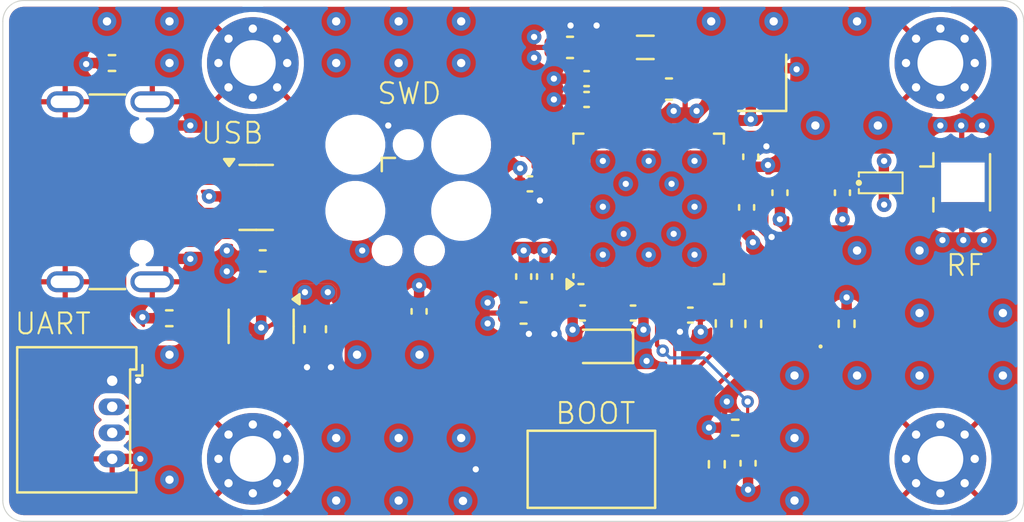
<source format=kicad_pcb>
(kicad_pcb (version 20241229) (generator "pcbnew") (generator_version "9.0")
  (layers (0 "F.Cu" signal) (4 "In1.Cu" signal) (6 "In2.Cu" signal) (2 "B.Cu" signal) (13 "F.Paste" user) (15 "B.Paste" user) (5 "F.SilkS" user "F.Silkscreen") (7 "B.SilkS" user "B.Silkscreen") (1 "F.Mask" user) (3 "B.Mask" user) (25 "Edge.Cuts" user))
  (net 0 "")
  (net 1 "+3.3V")
  (net 2 "GND")
  (net 3 "+5V")
  (net 4 "/LSE_OUT")
  (net 5 "/SWD_NRST")
  (net 6 "/LSE_IN")
  (net 7 "/SMPSFB")
  (net 8 "/RF_MATCH")
  (net 9 "/LED_K")
  (net 10 "/LED_A")
  (net 11 "/RF_ANT")
  (net 13 "/USB_CC1")
  (net 14 "/USB_CC2")
  (net 16 "/UART_TXC")
  (net 17 "/UART_RXC")
  (net 18 "/SWD_TRC")
  (net 19 "/SWD_DIO")
  (net 20 "/SWD_CLK")
  (net 21 "/SMPSLX")
  (net 22 "/SMPSLXL")
  (net 23 "/UART_TX")
  (net 24 "/UART_RX")
  (net 25 "Net-(R7-Pad2)")
  (net 27 "/USB_D-")
  (net 28 "/USB_D+")
  (net 47 "/HSE_IN")
  (net 50 "/HSE_OUT")
  (net 52 "/RF")
  (net 53 "/BOOT0")
  (footprint "Capacitor_SMD:C_0402_1005Metric" (layer "F.Cu") (at 72 75.1)
    (property "Reference" "C4" (hide yes))
    (property "Value" "100n" (hide yes))
  )
  (footprint "Fiducial:Fiducial_1mm_Mask2mm" (layer "F.Cu") (at 79.75 63.25)
    (property "Reference" "FM2" (hide yes))
    (property "Value" "Fiducial" (hide yes))
  )
  (footprint "Capacitor_SMD:C_0402_1005Metric" (layer "F.Cu") (at 65 73.25 90)
    (property "Reference" "C5" (hide yes))
    (property "Value" "100n" (hide yes))
  )
  (footprint "Resistor_SMD:R_0402_1005Metric" (layer "F.Cu") (at 44.24 63 180)
    (property "Reference" "R2" (hide yes))
    (property "Value" "5k1" (hide yes))
  )
  (footprint "Connector_Molex:Molex_PicoBlade_53048-0410_1x04_P1.25mm_Horizontal" (layer "F.Cu") (at 44.25 78.25 -90)
    (property "Reference" "J2" (hide yes))
    (property "Value" "Conn_01x04_Pin" (hide yes))
  )
  (footprint "Inductor_SMD:L_0402_1005Metric" (layer "F.Cu") (at 68.75 64.235 90)
    (property "Reference" "L1" (hide yes))
    (property "Value" "10n" (hide yes))
  )
  (footprint "Capacitor_SMD:C_0402_1005Metric" (layer "F.Cu") (at 76.3 69.225 -90)
    (property "Reference" "C17" (hide yes))
    (property "Value" "0p8" (hide yes))
  )
  (footprint "Capacitor_SMD:C_0402_1005Metric" (layer "F.Cu") (at 58.98 74.92 90)
    (property "Reference" "C14" (hide yes))
    (property "Value" "100n" (hide yes))
  )
  (footprint "MountingHole:MountingHole_2.2mm_M2_Pad_Via" (layer "F.Cu") (at 51 82)
    (property "Reference" "H2" (hide yes))
    (property "Value" "MountingHole_Pad" (hide yes))
  )
  (footprint "Resistor_SMD:R_0402_1005Metric" (layer "F.Cu") (at 79.5 75.515 -90)
    (property "Reference" "R3" (hide yes))
    (property "Value" "220R" (hide yes))
  )
  (footprint "Capacitor_SMD:C_0402_1005Metric" (layer "F.Cu") (at 64 73.25 90)
    (property "Reference" "C10" (hide yes))
    (property "Value" "100n" (hide yes))
  )
  (footprint "MountingHole:MountingHole_2.2mm_M2_Pad_Via" (layer "F.Cu") (at 84 63)
    (property "Reference" "H3" (hide yes))
    (property "Value" "MountingHole_Pad" (hide yes))
  )
  (footprint "STM32_BH_Footprints:DLF162500LT-5028A1" (layer "F.Cu") (at 81.2875 68.75)
    (property "Reference" "FLT1" (hide yes))
    (property "Value" "DLF162500LT-5028A1" (hide yes))
  )
  (footprint "Resistor_SMD:R_0402_1005Metric" (layer "F.Cu") (at 74.155 80.5 180)
    (property "Reference" "R6" (hide yes))
    (property "Value" "5k1" (hide yes))
  )
  (footprint "Capacitor_SMD:C_0603_1608Metric" (layer "F.Cu") (at 54 75.775 90)
    (property "Reference" "C6" (hide yes))
    (property "Value" "4u7" (hide yes))
  )
  (footprint "Fiducial:Fiducial_1mm_Mask2mm" (layer "F.Cu") (at 80 82)
    (property "Reference" "FM3" (hide yes))
    (property "Value" "Fiducial" (hide yes))
  )
  (footprint "Inductor_SMD:L_0402_1005Metric" (layer "F.Cu") (at 77.8 68.725)
    (property "Reference" "L3" (hide yes))
    (property "Value" "2n7" (hide yes))
  )
  (footprint "Capacitor_SMD:C_0402_1005Metric" (layer "F.Cu") (at 67.02 64.75 180)
    (property "Reference" "C11" (hide yes))
    (property "Value" "100n" (hide yes))
  )
  (footprint "Capacitor_SMD:C_0603_1608Metric" (layer "F.Cu") (at 51.475 72.5 180)
    (property "Reference" "C2" (hide yes))
    (property "Value" "4u7" (hide yes))
  )
  (footprint "Crystal:Crystal_SMD_2012-2Pin_2.0x1.2mm" (layer "F.Cu") (at 68.05 76.6 180)
    (property "Reference" "X1" (hide yes))
    (property "Value" "32kHz768" (hide yes))
  )
  (footprint "Connector_Coaxial:U.FL_Hirose_U.FL-R-SMT-1_Vertical" (layer "F.Cu") (at 84.55 68.725)
    (property "Reference" "J4" (hide yes))
    (property "Value" "Conn_Coaxial" (hide yes))
  )
  (footprint "Capacitor_SMD:C_0402_1005Metric" (layer "F.Cu") (at 69.25 75)
    (property "Reference" "C13" (hide yes))
    (property "Value" "10p" (hide yes))
  )
  (footprint "Capacitor_SMD:C_0402_1005Metric" (layer "F.Cu") (at 74.77 82.21 -90)
    (property "Reference" "C19" (hide yes))
    (property "Value" "100n" (hide yes))
  )
  (footprint "LED_SMD:LED_0402_1005Metric" (layer "F.Cu") (at 78.25 75.515 90)
    (property "Reference" "D1" (hide yes))
    (property "Value" "LED" (hide yes))
  )
  (footprint "Resistor_SMD:R_0402_1005Metric" (layer "F.Cu") (at 75.02 75.52 90)
    (property "Reference" "R5" (hide yes))
    (property "Value" "220R" (hide yes))
  )
  (footprint "Capacitor_SMD:C_0603_1608Metric" (layer "F.Cu") (at 63.995 75 180)
    (property "Reference" "C1" (hide yes))
    (property "Value" "4u7" (hide yes))
  )
  (footprint "Resistor_SMD:R_0402_1005Metric" (layer "F.Cu") (at 46.99 75.25 180)
    (property "Reference" "R1" (hide yes))
    (property "Value" "5k1" (hide yes))
  )
  (footprint "Package_DFN_QFN:QFN-48-1EP_7x7mm_P0.5mm_EP5.6x5.6mm" (layer "F.Cu") (at 70 70 90)
    (property "Reference" "U3" (hide yes))
    (property "Value" "STM32WB55CEU6" (hide yes))
  )
  (footprint "Crystal:Crystal_SMD_2016-4Pin_2.0x1.6mm" (layer "F.Cu") (at 75.45 63.95 90)
    (property "Reference" "X2" (hide yes))
    (property "Value" "32MHz" (hide yes))
  )
  (footprint "MountingHole:MountingHole_2.2mm_M2_Pad_Via" (layer "F.Cu") (at 84 82)
    (property "Reference" "H4" (hide yes))
    (property "Value" "MountingHole_Pad" (hide yes))
  )
  (footprint "Capacitor_SMD:C_0402_1005Metric" (layer "F.Cu") (at 74.7 69.93 -90)
    (property "Reference" "C8" (hide yes))
    (property "Value" "100n" (hide yes))
  )
  (footprint "Capacitor_SMD:C_0402_1005Metric" (layer "F.Cu") (at 64.3 68.8 180)
    (property "Reference" "C3" (hide yes))
    (property "Value" "100n" (hide yes))
  )
  (footprint "Package_TO_SOT_SMD:SOT-23-5" (layer "F.Cu") (at 51.4 75.6375 -90)
    (property "Reference" "U1" (hide yes))
    (property "Value" "MIC5365-3.3YD5" (hide yes))
  )
  (footprint "Package_TO_SOT_SMD:SOT-23-6" (layer "F.Cu") (at 51.1625 69.45)
    (property "Reference" "U2" (hide yes))
    (property "Value" "USBLC6-2SC6" (hide yes))
  )
  (footprint "MountingHole:MountingHole_2.2mm_M2_Pad_Via" (layer "F.Cu") (at 51 63)
    (property "Reference" "H1" (hide yes))
    (property "Value" "MountingHole_Pad" (hide yes))
  )
  (footprint "Button_Switch_SMD:SW_SPST_CK_RS282G05A3" (layer "F.Cu") (at 67.25 82.5 180)
    (property "Reference" "SW1" (hide yes))
    (property "Value" "SW1")
  )
  (footprint "Fiducial:Fiducial_1mm_Mask2mm" (layer "F.Cu") (at 40.5 61.5)
    (property "Reference" "FM1" (hide yes))
    (property "Value" "Fiducial" (hide yes))
  )
  (footprint "Connector:Tag-Connect_TC2030-IDC-FP_2x03_P1.27mm_Vertical" (layer "F.Cu") (at 58.46 69.46 -90)
    (property "Reference" "J3" (hide yes))
    (property "Value" "Conn_ARM_SWD_TagConnect_TC2030" (hide yes))
  )
  (footprint "Inductor_SMD:L_0805_2012Metric" (layer "F.Cu") (at 69.8375 62.25)
    (property "Reference" "L2" (hide yes))
    (property "Value" "10u" (hide yes))
  )
  (footprint "Capacitor_SMD:C_0402_1005Metric" (layer "F.Cu") (at 79.3 69.225 -90)
    (property "Reference" "C18" (hide yes))
    (property "Value" "0p3" (hide yes))
  )
  (footprint "Resistor_SMD:R_0402_1005Metric" (layer "F.Cu") (at 73.6 75.5 -90)
    (property "Reference" "R4" (hide yes))
    (property "Value" "220R" (hide yes))
  )
  (footprint "Capacitor_SMD:C_0402_1005Metric" (layer "F.Cu") (at 74.9 67.5 -90)
    (property "Reference" "C12" (hide yes))
    (property "Value" "100n" (hide yes))
  )
  (footprint "Resistor_SMD:R_0402_1005Metric" (layer "F.Cu") (at 73.27 82.26 -90)
    (property "Reference" "R7" (hide yes))
    (property "Value" "220R" (hide yes))
  )
  (footprint "Capacitor_SMD:C_0402_1005Metric" (layer "F.Cu") (at 66.83 75 180)
    (property "Reference" "C15" (hide yes))
    (property "Value" "10p" (hide yes))
  )
  (footprint "Capacitor_SMD:C_0402_1005Metric" (layer "F.Cu") (at 67.02 63.75 180)
    (property "Reference" "C7" (hide yes))
    (property "Value" "100n" (hide yes))
  )
  (footprint "Capacitor_SMD:C_0603_1608Metric" (layer "F.Cu") (at 66.225 62.25 180)
    (property "Reference" "C9" (hide yes))
    (property "Value" "4u7" (hide yes))
  )
  (footprint "STM32_BH_Footprints:USB_C_Receptacle_GCT_USB4105-xx-A_16P_TopMnt_Horizontal" (layer "F.Cu") (at 43.07 69.18 -90)
    (property "Reference" "J1" (hide yes))
    (property "Value" "USB_C_Receptacle_USB2.0_16P" (hide yes))
  )
  (footprint "Capacitor_SMD:C_0603_1608Metric" (layer "F.Cu") (at 70.975 64.25 180)
    (property "Reference" "C16" (hide yes))
    (property "Value" "4u7" (hide yes))
  )
  (gr_arc (start 39 61) (mid 39.292893 60.292893) (end 40 60) (stroke (width 0.05)) (layer "Edge.Cuts"))
  (gr_line (start 87 85) (end 40 85) (stroke (width 0.05)) (layer "Edge.Cuts"))
  (gr_line (start 88 61) (end 88 84) (stroke (width 0.05)) (layer "Edge.Cuts"))
  (gr_arc (start 40 85) (mid 39.292893 84.707107) (end 39 84) (stroke (width 0.05)) (layer "Edge.Cuts"))
  (gr_line (start 40 60) (end 87 60) (stroke (width 0.05)) (layer "Edge.Cuts"))
  (gr_arc (start 88 84) (mid 87.707107 84.707107) (end 87 85) (stroke (width 0.05)) (layer "Edge.Cuts"))
  (gr_line (start 39 61) (end 39 84) (stroke (width 0.05)) (layer "Edge.Cuts"))
  (gr_arc (start 87 60) (mid 87.707107 60.292893) (end 88 61) (stroke (width 0.05)) (layer "Edge.Cuts"))
  (gr_text "BOOT" (at 65.45 80.4 0) (layer "F.SilkS") (effects (font (size 1 1) (thickness 0.1)) (justify left bottom)))
  (gr_text "USB" (at 48.45 66.95 0) (layer "F.SilkS") (effects (font (size 1 1) (thickness 0.1)) (justify left bottom)))
  (gr_text "RF" (at 84.2 73.3 0) (layer "F.SilkS") (effects (font (size 1 1) (thickness 0.1)) (justify left bottom)))
  (gr_text "SWD" (at 56.9 65.05 0) (layer "F.SilkS") (effects (font (size 1 1) (thickness 0.1)) (justify left bottom)))
  (gr_text "UART" (at 39.5 76.1 0) (layer "F.SilkS") (effects (font (size 1 1) (thickness 0.1)) (justify left bottom)))
  (segment (start 74.8 69.45) (end 74.9 69.45) (width 0.25) (layer "F.Cu") (net 1))
  (segment (start 68.174 66.038587) (end 68.174 65.574) (width 0.25) (layer "F.Cu") (net 1))
  (segment (start 65.45 68.75) (end 65.4 68.8) (width 0.25) (layer "F.Cu") (net 1))
  (segment (start 74.201 67.199) (end 74.38 67.02) (width 0.25) (layer "F.Cu") (net 1))
  (segment (start 73.926154 67.75) (end 74.201 67.475154) (width 0.25) (layer "F.Cu") (net 1))
  (segment (start 71.52 75.88) (end 71.5 75.9) (width 0.5) (layer "F.Cu") (net 1))
  (segment (start 68 65.4) (end 67.5 65.4) (width 0.25) (layer "F.Cu") (net 1))
  (segment (start 74.201 67.475154) (end 74.201 67.199) (width 0.25) (layer "F.Cu") (net 1))
  (segment (start 68.25 66.114587) (end 68.174 66.038587) (width 0.25) (layer "F.Cu") (net 1))
  (segment (start 68.25 66.5625) (end 68.25 66.114587) (width 0.25) (layer "F.Cu") (net 1))
  (segment (start 57.5 66) (end 57.5 67.383123) (width 0.2) (layer "F.Cu") (net 1))
  (segment (start 73.4375 69.25) (end 74.5 69.25) (width 0.25) (layer "F.Cu") (net 1))
  (segment (start 74.38 67.02) (end 74.9 67.02) (width 0.25) (layer "F.Cu") (net 1))
  (segment (start 64.78 68.8) (end 64.78 69.6) (width 0.5) (layer "F.Cu") (net 1))
  (segment (start 68.174 65.574) (end 68 65.4) (width 0.25) (layer "F.Cu") (net 1))
  (segment (start 57.825 68.19) (end 57.825 67.708123) (width 0.5) (layer "F.Cu") (net 1))
  (segment (start 61.7 82.5) (end 63.35 82.5) (width 0.5) (layer "F.Cu") (net 1))
  (segment (start 66.5625 68.75) (end 65.45 68.75) (width 0.25) (layer "F.Cu") (net 1))
  (segment (start 71.52 74.71825) (end 71.52 75.1) (width 0.25) (layer "F.Cu") (net 1))
  (segment (start 75.63 67.02) (end 75.65 67) (width 0.5) (layer "F.Cu") (net 1))
  (segment (start 75.499 70.949) (end 75.9 71.35) (width 0.5) (layer "F.Cu") (net 1))
  (segment (start 74.7 69.45) (end 74.895318 69.45) (width 0.5) (layer "F.Cu") (net 1))
  (segment (start 73.4375 67.75) (end 73.926154 67.75) (width 0.25) (layer "F.Cu") (net 1))
  (segment (start 71.52 75.1) (end 71.52 75.88) (width 0.5) (layer "F.Cu") (net 1))
  (segment (start 67.75 66.5625) (end 67.75 65.85) (width 0.25) (layer "F.Cu") (net 1))
  (segment (start 67.5 64.75) (end 67.5 65.4) (width 0.5) (layer "F.Cu") (net 1))
  (segment (start 64.78 68.8) (end 65.4 68.8) (width 0.5) (layer "F.Cu") (net 1))
  (segment (start 74.5 69.25) (end 74.7 69.45) (width 0.25) (layer "F.Cu") (net 1))
  (segment (start 67.75 65.85) (end 67.5 65.6) (width 0.25) (layer "F.Cu") (net 1))
  (segment (start 75.499 70.053682) (end 75.499 70.949) (width 0.5) (layer "F.Cu") (net 1))
  (segment (start 70.75 73.94825) (end 71.52 74.71825) (width 0.25) (layer "F.Cu") (net 1))
  (segment (start 74.9 67.02) (end 75.63 67.02) (width 0.5) (layer "F.Cu") (net 1))
  (segment (start 57.5 67.383123) (end 57.825 67.708123) (width 0.2) (layer "F.Cu") (net 1))
  (segment (start 74.895318 69.45) (end 75.499 70.053682) (width 0.5) (layer "F.Cu") (net 1))
  (segment (start 70.75 73.4375) (end 70.75 73.94825) (width 0.25) (layer "F.Cu") (net 1))
  (segment (start 67.5 65.6) (end 67.5 65.4) (width 0.25) (layer "F.Cu") (net 1))
  (segment (start 45.5 78.25) (end 44.25 78.25) (width 0.5) (layer "F.Cu") (net 1))
  (via (at 65.473922 76.006136) (size 0.7) (drill 0.3) (layers "F.Cu" "B.Cu") (net 1))
  (via (at 61.7 82.5) (size 0.7) (drill 0.3) (layers "F.Cu" "B.Cu") (net 1))
  (via (at 53.6 77.6) (size 0.7) (drill 0.3) (layers "F.Cu" "B.Cu") (net 1))
  (via (at 54.75 77.6) (size 0.7) (drill 0.3) (layers "F.Cu" "B.Cu") (net 1))
  (via (at 75.65 67) (size 0.7) (drill 0.3) (layers "F.Cu" "B.Cu") (net 1))
  (via (at 45.5 78.25) (size 0.7) (drill 0.3) (layers "F.Cu" "B.Cu") (net 1))
  (via (at 67.5 61.2) (size 0.7) (drill 0.3) (layers "F.Cu" "B.Cu") (net 1))
  (via (at 64.78 69.6) (size 0.7) (drill 0.3) (layers "F.Cu" "B.Cu") (net 1))
  (via (at 64.25 76) (size 0.7) (drill 0.3) (layers "F.Cu" "B.Cu") (net 1))
  (via (at 75.9 71.35) (size 0.7) (drill 0.3) (layers "F.Cu" "B.Cu") (net 1))
  (via (at 71.5 75.9) (size 0.7) (drill 0.3) (layers "F.Cu" "B.Cu") (net 1))
  (via (at 66.25 61.2) (size 0.7) (drill 0.3) (layers "F.Cu" "B.Cu") (net 1))
  (via (at 57.5 66) (size 0.7) (drill 0.3) (layers "F.Cu" "B.Cu") (net 1))
  (segment (start 58.4503 72.416823) (end 57.860823 73.0063) (width 0.5) (layer "F.Cu") (net 2))
  (segment (start 45.75 75.25) (end 45.7 75.2) (width 0.5) (layer "F.Cu") (net 2))
  (segment (start 57.860823 73.0063) (end 56.5063 73.0063) (width 0.5) (layer "F.Cu") (net 2))
  (segment (start 74.063964 68.25) (end 74.333964 67.98) (width 0.25) (layer "F.Cu") (net 2))
  (segment (start 46.77 72.4) (end 46.75 72.38) (width 0.5) (layer "F.Cu") (net 2))
  (segment (start 51.4 74.5) (end 51.4 75.7) (width 0.5) (layer "F.Cu") (net 2))
  (segment (start 43.05 63) (end 43 63.05) (width 0.5) (layer "F.Cu") (net 2))
  (segment (start 65.45 64.75) (end 66.54 64.75) (width 0.5) (layer "F.Cu") (net 2))
  (segment (start 64 72) (end 64 72.77) (width 0.5) (layer "F.Cu") (net 2))
  (segment (start 44.25 82) (end 45.6 82) (width 0.5) (layer "F.Cu") (net 2))
  (segment (start 81.2875 69.7875) (end 81.3 69.8) (width 0.5) (layer "F.Cu") (net 2))
  (segment (start 48 66) (end 46.77 66) (width 0.5) (layer "F.Cu") (net 2))
  (segment (start 48 72.4) (end 46.77 72.4) (width 0.5) (layer "F.Cu") (net 2))
  (segment (start 75.724741 67.896893) (end 75.713107 67.896893) (width 0.5) (layer "F.Cu") (net 2))
  (segment (start 81.2875 68.9775) (end 81.2875 69.7875) (width 0.5) (layer "F.Cu") (net 2))
  (segment (start 43.73 63) (end 43.05 63) (width 0.5) (layer "F.Cu") (net 2))
  (segment (start 48.9 69.4) (end 50.1125 69.4) (width 0.5) (layer "F.Cu") (net 2))
  (segment (start 74.7 71.219585) (end 75.000184 71.519769) (width 0.5) (layer "F.Cu") (net 2))
  (segment (start 75.000184 71.519769) (end 75.000184 71.603366) (width 0.5) (layer "F.Cu") (net 2))
  (segment (start 75.713107 67.896893) (end 75.63 67.98) (width 0.5) (layer "F.Cu") (net 2))
  (segment (start 81.2875 67.7125) (end 81.3 67.7) (width 0.5) (layer "F.Cu") (net 2))
  (segment (start 58.4503 71.3553) (end 58.4503 72.416823) (width 0.5) (layer "F.Cu") (net 2))
  (segment (start 56.25 72.75) (end 56.25 72) (width 0.5) (layer "F.Cu") (net 2))
  (segment (start 77.05 63.25) (end 77.1 63.3) (width 0.5) (layer "F.Cu") (net 2))
  (segment (start 58.98 74.44) (end 58.98 73.67) (width 0.5) (layer "F.Cu") (net 2))
  (segment (start 46.48 75.25) (end 45.75 75.25) (width 0.5) (layer "F.Cu") (net 2))
  (segment (start 75.63 67.98) (end 74.9 67.98) (width 0.5) (layer "F.Cu") (net 2))
  (segment (start 69.25 66.5625) (end 69.25 69.25) (width 0.25) (layer "F.Cu") (net 2))
  (segment (start 69.75 75.02) (end 69.73 75) (width 0.5) (layer "F.Cu") (net 2))
  (segment (start 73.645 80.5) (end 72.895 80.5) (width 0.5) (layer "F.Cu") (net 2))
  (segment (start 50.1125 69.4) (end 50.1625 69.45) (width 0.5) (layer "F.Cu") (net 2))
  (segment (start 73.4375 68.25) (end 74.063964 68.25) (width 0.25) (layer "F.Cu") (net 2))
  (segment (start 65 72) (end 65 72.77) (width 0.5) (layer "F.Cu") (net 2))
  (segment (start 74.77 82.69) (end 74.77 83.48) (width 0.5) (layer "F.Cu") (net 2))
  (segment (start 81.2875 68.5225) (end 81.2875 67.7125) (width 0.5) (layer "F.Cu") (net 2))
  (segment (start 65.45 63.75) (end 66.54 63.75) (width 0.5) (layer "F.Cu") (net 2))
  (segment (start 57.825 70.73) (end 58.4503 71.3553) (width 0.5) (layer "F.Cu") (net 2))
  (segment (start 76 63.25) (end 77.05 63.25) (width 0.5) (layer "F.Cu") (net 2))
  (segment (start 79.5 74.25) (end 79.5 75.005) (width 0.5) (layer "F.Cu") (net 2))
  (segment (start 66.35 75.1) (end 66.35 75.8) (width 0.5) (layer "F.Cu") (net 2))
  (segment (start 76.3 69.705) (end 76.3 70.5) (width 0.5) (layer "F.Cu") (net 2))
  (segment (start 74.333964 67.98) (end 74.9 67.98) (width 0.25) (layer "F.Cu") (net 2))
  (segment (start 56.5063 73.0063) (end 56.25 72.75) (width 0.5) (layer "F.Cu") (net 2))
  (segment (start 69.75 75.8) (end 69.75 75.02) (width 0.5) (layer "F.Cu") (net 2))
  (segment (start 74.9 65.7) (end 74.9 64.65) (width 0.5) (layer "F.Cu") (net 2))
  (segment (start 74.7 70.41) (end 74.7 71.219585) (width 0.5) (layer "F.Cu") (net 2))
  (segment (start 46.77 66) (end 46.75 65.98) (width 0.5) (layer "F.Cu") (net 2))
  (segment (start 79.3 69.705) (end 79.3 70.5) (width 0.5) (layer "F.Cu") (net 2))
  (via (at 53.5 74) (size 0.7) (drill 0.3) (layers "F.Cu" "B.Cu") (net 2))
  (via (at 54.6 74) (size 0.7) (drill 0.3) (layers "F.Cu" "B.Cu") (net 2))
  (via (at 73.75 79.25) (size 0.7) (drill 0.3) (layers "F.Cu" "B.Cu") (net 2))
  (via (at 58 81) (size 0.9) (drill 0.4) (layers "F.Cu" "B.Cu") (net 2))
  (via (at 84 66) (size 0.7) (drill 0.3) (layers "F.Cu" "B.Cu") (net 2))
  (via (at 64.5 62.75) (size 0.7) (drill 0.3) (layers "F.Cu" "B.Cu") (net 2))
  (via (at 70 72.2) (size 0.7) (drill 0.3) (layers "F.Cu" "B.Cu") (net 2))
  (via (at 51.4 75.7) (size 0.7) (drill 0.3) (layers "F.Cu" "B.Cu") (net 2))
  (via (at 83 72) (size 0.9) (drill 0.4) (layers "F.Cu" "B.Cu") (net 2))
  (via (at 62.27 74.5) (size 0.7) (drill 0.3) (layers "F.Cu" "B.Cu") (net 2))
  (via (at 48 66) (size 0.7) (drill 0.3) (layers "F.Cu" "B.Cu") (net 2))
  (via (at 78 66) (size 0.9) (drill 0.4) (layers "F.Cu" "B.Cu") (net 2))
  (via (at 47 63) (size 0.9) (drill 0.4) (layers "F.Cu" "B.Cu") (net 2))
  (via (at 71.1 68.8) (size 0.7) (drill 0.3) (layers "F.Cu" "B.Cu") (net 2))
  (via (at 43 63.05) (size 0.7) (drill 0.3) (layers "F.Cu" "B.Cu") (net 2))
  (via (at 83 75) (size 0.9) (drill 0.4) (layers "F.Cu" "B.Cu") (net 2))
  (via (at 81 66) (size 0.9) (drill 0.4) (layers "F.Cu" "B.Cu") (net 2))
  (via (at 79.5 74.25) (size 0.7) (drill 0.3) (layers "F.Cu" "B.Cu") (net 2))
  (via (at 80 72) (size 0.9) (drill 0.4) (layers "F.Cu" "B.Cu") (net 2))
  (via (at 65 72) (size 0.7) (drill 0.3) (layers "F.Cu" "B.Cu") (net 2))
  (via (at 55 61) (size 0.9) (drill 0.4) (layers "F.Cu" "B.Cu") (net 2))
  (via (at 56 77) (size 0.9) (drill 0.4) (layers "F.Cu" "B.Cu") (net 2))
  (via (at 45.6 82) (size 0.7) (drill 0.3) (layers "F.Cu" "B.Cu") (net 2))
  (via (at 62.27 75.5) (size 0.7) (drill 0.3) (layers "F.Cu" "B.Cu") (net 2))
  (via (at 58 61) (size 0.9) (drill 0.4) (layers "F.Cu" "B.Cu") (net 2))
  (via (at 68.9 68.8) (size 0.7) (drill 0.3) (layers "F.Cu" "B.Cu") (net 2))
  (via (at 87 75) (size 0.9) (drill 0.4) (layers "F.Cu" "B.Cu") (net 2))
  (via (at 49.75 72) (size 0.7) (drill 0.3) (layers "F.Cu" "B.Cu") (net 2))
  (via (at 44 61) (size 0.9) (drill 0.4) (layers "F.Cu" "B.Cu") (net 2))
  (via (at 67.8 69.9) (size 0.7) (drill 0.3) (layers "F.Cu" "B.Cu") (net 2))
  (via (at 81.3 69.8) (size 0.7) (drill 0.3) (layers "F.Cu" "B.Cu") (net 2))
  (via (at 79.3 70.5) (size 0.7) (drill 0.3) (layers "F.Cu" "B.Cu") (net 2))
  (via (at 77 78) (size 0.9) (drill 0.4) (layers "F.Cu" "B.Cu") (net 2))
  (via (at 72.2 67.7) (size 0.7) (drill 0.3) (layers "F.Cu" "B.Cu") (net 2))
  (via (at 77 84) (size 0.9) (drill 0.4) (layers "F.Cu" "B.Cu") (net 2))
  (via (at 61 63) (size 0.9) (drill 0.4) (layers "F.Cu" "B.Cu") (net 2))
  (via (at 47 61) (size 0.9) (drill 0.4) (layers "F.Cu" "B.Cu") (net 2))
  (via (at 72.895 80.5) (size 0.7) (drill 0.3) (layers "F.Cu" "B.Cu") (net 2))
  (via (at 86.1 71.5) (size 0.7) (drill 0.3) (layers "F.Cu" "B.Cu") (net 2))
  (via (at 76 61) (size 0.9) (drill 0.4) (layers "F.Cu" "B.Cu") (net 2))
  (via (at 61 61) (size 0.9) (drill 0.4) (layers "F.Cu" "B.Cu") (net 2))
  (via (at 64 72) (size 0.7) (drill 0.3) (layers "F.Cu" "B.Cu") (net 2))
  (via (at 86 66) (size 0.7) (drill 0.3) (layers "F.Cu" "B.Cu") (net 2))
  (via (at 80 61) (size 0.9) (drill 0.4) (layers "F.Cu" "B.Cu") (net 2))
  (via (at 55 63) (size 0.9) (drill 0.4) (layers "F.Cu" "B.Cu") (net 2))
  (via (at 75.724741 67.896893) (size 0.7) (drill 0.3) (layers "F.Cu" "B.Cu") (net 2))
  (via (at 65.45 64.75) (size 0.7) (drill 0.3) (layers "F.Cu" "B.Cu") (net 2))
  (via (at 61.087231 84.015898) (size 0.9) (drill 0.4) (layers "F.Cu" "B.Cu") (net 2))
  (via (at 84.1 71.5) (size 0.7) (drill 0.3) (layers "F.Cu" "B.Cu") (net 2))
  (via (at 61 81) (size 0.9) (drill 0.4) (layers "F.Cu" "B.Cu") (net 2))
  (via (at 55 84) (size 0.9) (drill 0.4) (layers "F.Cu" "B.Cu") (net 2))
  (via (at 80 78) (size 0.9) (drill 0.4) (layers "F.Cu" "B.Cu") (net 2))
  (via (at 72.2 69.9) (size 0.7) (drill 0.3) (layers "F.Cu" "B.Cu") (net 2))
  (via (at 77.1 63.3) (size 0.7) (drill 0.3) (layers "F.Cu" "B.Cu") (net 2))
  (via (at 74.9 65.7) (size 0.7) (drill 0.3) (layers "F.Cu" "B.Cu") (net 2))
  (via (at 49.75 73) (size 0.7) (drill 0.3) (layers "F.Cu" "B.Cu") (net 2))
  (via (at 75.000184 71.603366) (size 0.7) (drill 0.3) (layers "F.Cu" "B.Cu") (net 2))
  (via (at 72.2 72.2) (size 0.7) (drill 0.3) (layers "F.Cu" "B.Cu") (net 2))
  (via (at 55 81) (size 0.9) (drill 0.4) (layers "F.Cu" "B.Cu") (net 2))
  (via (at 85.1 71.5) (size 0.7) (drill 0.3) (layers "F.Cu" "B.Cu") (net 2))
  (via (at 63.83 68.05) (size 0.7) (drill 0.3) (layers "F.Cu" "B.Cu") (net 2))
  (via (at 58.98 73.67) (size 0.7) (drill 0.3) (layers "F.Cu" "B.Cu") (net 2))
  (via (at 47 83) (size 0.9) (drill 0.4) (layers "F.Cu" "B.Cu") (net 2))
  (via (at 87 78) (size 0.9) (drill 0.4) (layers "F.Cu" "B.Cu") (net 2))
  (via (at 67.8 72.2) (size 0.7) (drill 0.3) (layers "F.Cu" "B.Cu") (net 2))
  (via (at 56.25 72) (size 0.7) (drill 0.3) (layers "F.Cu" "B.Cu") (net 2))
  (via (at 76.3 70.5) (size 0.7) (drill 0.3) (layers "F.Cu" "B.Cu") (net 2))
  (via (at 70 67.7) (size 0.7) (drill 0.3) (layers "F.Cu" "B.Cu") (net 2))
  (via (at 69.75 75.8) (size 0.7) (drill 0.3) (layers "F.Cu" "B.Cu") (net 2))
  (via (at 65.45 63.75) (size 0.7) (drill 0.3) (layers "F.Cu" "B.Cu") (net 2))
  (via (at 73 61) (size 0.9) (drill 0.4) (layers "F.Cu" "B.Cu") (net 2))
  (via (at 66.35 75.8) (size 0.7) (drill 0.3) (layers "F.Cu" "B.Cu") (net 2))
  (via (at 71.2 65.3) (size 0.7) (drill 0.3) (layers "F.Cu" "B.Cu") (net 2))
  (via (at 83 78) (size 0.9) (drill 0.4) (layers "F.Cu" "B.Cu") (net 2))
  (via (at 72.5 75.9) (size 0.7) (drill 0.3) (layers "F.Cu" "B.Cu") (net 2))
  (via (at 77 81) (size 0.9) (drill 0.4) (layers "F.Cu" "B.Cu") (net 2))
  (via (at 71.2 71.2) (size 0.7) (drill 0.3) (layers "F.Cu" "B.Cu") (net 2))
  (via (at 67.8 67.7) (size 0.7) (drill 0.3) (layers "F.Cu" "B.Cu") (net 2))
  (via (at 85 66) (size 0.7) (drill 0.3) (layers "F.Cu" "B.Cu") (net 2))
  (via (at 45.7 75.2) (size 0.7) (drill 0.3) (layers "F.Cu" "B.Cu") (net 2))
  (via (at 81.3 67.7) (size 0.7) (drill 0.3) (layers "F.Cu" "B.Cu") (net 2))
  (via (at 47 77) (size 0.9) (drill 0.4) (layers "F.Cu" "B.Cu") (net 2))
  (via (at 48.9 69.4) (size 0.7) (drill 0.3) (layers "F.Cu" "B.Cu") (net 2))
  (via (at 72.3 65.3) (size 0.7) (drill 0.3) (layers "F.Cu" "B.Cu") (net 2))
  (via (at 58 84) (size 0.9) (drill 0.4) (layers "F.Cu" "B.Cu") (net 2))
  (via (at 59 77) (size 0.9) (drill 0.4) (layers "F.Cu" "B.Cu") (net 2))
  (via (at 48 72.4) (size 0.7) (drill 0.3) (layers "F.Cu" "B.Cu") (net 2))
  (via (at 64.5 61.75) (size 0.7) (drill 0.3) (layers "F.Cu" "B.Cu") (net 2))
  (via (at 68.8 71.2) (size 0.7) (drill 0.3) (layers "F.Cu" "B.Cu") (net 2))
  (via (at 74.77 83.48) (size 0.7) (drill 0.3) (layers "F.Cu" "B.Cu") (net 2))
  (via (at 69.9 77.3) (size 0.7) (drill 0.3) (layers "F.Cu" "B.Cu") (net 2))
  (via (at 58 63) (size 0.9) (drill 0.4) (layers "F.Cu" "B.Cu") (net 2))
  (segment (start 50.45 74.5) (end 50.45 73.85) (width 0.2) (layer "F.Cu") (net 3))
  (segment (start 51.1865 69.901001) (end 51.1865 69.5) (width 0.5) (layer "F.Cu") (net 3))
  (segment (start 50.7426 71.199) (end 51 71.199) (width 0.5) (layer "F.Cu") (net 3))
  (segment (start 51 71.199) (end 51.699 71.199) (width 0.5) (layer "F.Cu") (net 3))
  (segment (start 46.799 66.829) (end 46.75 66.78) (width 0.5) (layer "F.Cu") (net 3))
  (segment (start 52.25 71.75) (end 52.25 72.5) (width 0.5) (layer "F.Cu") (net 3))
  (segment (start 52.35 74.5) (end 52.35 73.5) (width 0.6) (layer "F.Cu") (net 3))
  (segment (start 51.1865 71.0125) (end 51 71.199) (width 0.5) (layer "F.Cu") (net 3))
  (segment (start 51.1865 69.5) (end 51.1865 67.6865) (width 0.5) (layer "F.Cu") (net 3))
  (segment (start 50.8 73.5) (end 52.35 73.5) (width 0.2) (layer "F.Cu") (net 3))
  (segment (start 51.2365 69.45) (end 51.1865 69.5) (width 0.5) (layer "F.Cu") (net 3))
  (segment (start 50.329 66.829) (end 46.799 66.829) (width 0.5) (layer "F.Cu") (net 3))
  (segment (start 52.35 72.6) (end 52.25 72.5) (width 0.6) (layer "F.Cu") (net 3))
  (segment (start 51.699 71.199) (end 52.25 71.75) (width 0.5) (layer "F.Cu") (net 3))
  (segment (start 52.3 69.45) (end 51.2365 69.45) (width 0.5) (layer "F.Cu") (net 3))
  (segment (start 46.75 71.58) (end 49.037214 71.58) (width 0.5) (layer "F.Cu") (net 3))
  (segment (start 52.35 73.5) (end 52.35 72.6) (width 0.6) (layer "F.Cu") (net 3))
  (segment (start 49.418214 71.199) (end 50.7426 71.199) (width 0.5) (layer "F.Cu") (net 3))
  (segment (start 50.45 73.85) (end 50.8 73.5) (width 0.2) (layer "F.Cu") (net 3))
  (segment (start 51.1865 67.6865) (end 50.329 66.829) (width 0.5) (layer "F.Cu") (net 3))
  (segment (start 49.037214 71.58) (end 49.418214 71.199) (width 0.5) (layer "F.Cu") (net 3))
  (segment (start 51.1865 69.901001) (end 51.1865 71.0125) (width 0.5) (layer "F.Cu") (net 3))
  (segment (start 68.25 73.4375) (end 68.25 74.1171) (width 0.2) (layer "F.Cu") (net 4))
  (segment (start 68.25 74.1171) (end 68.77 74.6371) (width 0.2) (layer "F.Cu") (net 4))
  (segment (start 68.77 75) (end 68.77 76.58) (width 0.2) (layer "F.Cu") (net 4))
  (segment (start 68.77 74.6371) (end 68.77 75) (width 0.2) (layer "F.Cu") (net 4))
  (segment (start 68.77 76.58) (end 68.75 76.6) (width 0.2) (layer "F.Cu") (net 4))
  (segment (start 70.75 78) (end 61.58 78) (width 0.15) (layer "F.Cu") (net 5))
  (segment (start 54.25 69.25) (end 54.95345 68.54655) (width 0.2) (layer "F.Cu") (net 5))
  (segment (start 57.65 75.4) (end 54.25 72) (width 0.2) (layer "F.Cu") (net 5))
  (segment (start 61.58 78) (end 58.98 75.4) (width 0.15) (layer "F.Cu") (net 5))
  (segment (start 58.98 75.4) (end 57.65 75.4) (width 0.2) (layer "F.Cu") (net 5))
  (segment (start 71.25 77.5) (end 70.75 78) (width 0.15) (layer "F.Cu") (net 5))
  (segment (start 70.25 74.01535) (end 70.802 74.56735) (width 0.15) (layer "F.Cu") (net 5))
  (segment (start 71.25 76.551) (end 71.25 77.5) (width 0.15) (layer "F.Cu") (net 5))
  (segment (start 54.25 72) (end 54.25 69.25) (width 0.2) (layer "F.Cu") (net 5))
  (segment (start 56.91155 68.54655) (end 57.825 69.46) (width 0.2) (layer "F.Cu") (net 5))
  (segment (start 70.802 76.103) (end 71.25 76.551) (width 0.15) (layer "F.Cu") (net 5))
  (segment (start 70.802 74.56735) (end 70.802 76.103) (width 0.15) (layer "F.Cu") (net 5))
  (segment (start 70.25 73.4375) (end 70.25 74.01535) (width 0.15) (layer "F.Cu") (net 5))
  (segment (start 54.95345 68.54655) (end 56.91155 68.54655) (width 0.2) (layer "F.Cu") (net 5))
  (segment (start 67.31 75) (end 67.31 76.56) (width 0.2) (layer "F.Cu") (net 6))
  (segment (start 67.31 74.59) (end 67.31 75) (width 0.2) (layer "F.Cu") (net 6))
  (segment (start 67.75 73.4375) (end 67.75 74.15) (width 0.2) (layer "F.Cu") (net 6))
  (segment (start 67.75 74.15) (end 67.31 74.59) (width 0.2) (layer "F.Cu") (net 6))
  (segment (start 67.31 76.56) (end 67.35 76.6) (width 0.2) (layer "F.Cu") (net 6))
  (segment (start 79.3 68.745) (end 80.52 68.745) (width 0.332) (layer "F.Cu") (net 8))
  (segment (start 78.285 68.725) (end 79.28 68.725) (width 0.332) (layer "F.Cu") (net 8))
  (segment (start 80.52 68.745) (end 80.525 68.75) (width 0.332) (layer "F.Cu") (net 8))
  (segment (start 79.28 68.725) (end 79.3 68.745) (width 0.332) (layer "F.Cu") (net 8))
  (segment (start 79.475 76) (end 79.5 76.025) (width 0.2) (layer "F.Cu") (net 9))
  (segment (start 78.25 76) (end 79.475 76) (width 0.2) (layer "F.Cu") (net 9))
  (segment (start 74.349 71.647817) (end 74.349 72.149) (width 0.2) (layer "F.Cu") (net 10))
  (segment (start 77.23 75.03) (end 78.25 75.03) (width 0.2) (layer "F.Cu") (net 10))
  (segment (start 73.951183 71.25) (end 74.349 71.647817) (width 0.2) (layer "F.Cu") (net 10))
  (segment (start 74.349 72.149) (end 77.23 75.03) (width 0.2) (layer "F.Cu") (net 10))
  (segment (start 73.4375 71.25) (end 73.951183 71.25) (width 0.2) (layer "F.Cu") (net 10))
  (segment (start 83.2 68.75) (end 83.225 68.725) (width 0.332) (layer "F.Cu") (net 11))
  (segment (start 81.9 68.75) (end 83.475 68.75) (width 0.332) (layer "F.Cu") (net 11))
  (segment (start 83.475 68.75) (end 83.5 68.725) (width 0.332) (layer "F.Cu") (net 11))
  (segment (start 46.75 67.93) (end 46.141176 67.93) (width 0.2) (layer "F.Cu") (net 13))
  (segment (start 46.141176 67.93) (end 44.75 66.538824) (width 0.2) (layer "F.Cu") (net 13))
  (segment (start 44.75 66.538824) (end 44.75 63) (width 0.2) (layer "F.Cu") (net 13))
  (segment (start 44.799 71.954636) (end 44.799 75.255009) (width 0.25) (layer "F.Cu") (net 14))
  (segment (start 44.799 75.255009) (end 45.743991 76.2) (width 0.25) (layer "F.Cu") (net 14))
  (segment (start 46.75 70.93) (end 45.823636 70.93) (width 0.25) (layer "F.Cu") (net 14))
  (segment (start 47.2 76.2) (end 47.5 75.9) (width 0.25) (layer "F.Cu") (net 14))
  (segment (start 45.743991 76.2) (end 47.2 76.2) (width 0.25) (layer "F.Cu") (net 14))
  (segment (start 47.5 75.9) (end 47.5 75.25) (width 0.25) (layer "F.Cu") (net 14))
  (segment (start 45.823636 70.93) (end 44.799 71.954636) (width 0.25) (layer "F.Cu") (net 14))
  (segment (start 71.5 78.5) (end 47.75 78.5) (width 0.2) (layer "F.Cu") (net 16))
  (segment (start 73.6 76.01) (end 73.6 76.4) (width 0.2) (layer "F.Cu") (net 16))
  (segment (start 46.75 79.5) (end 44.25 79.5) (width 0.2) (layer "F.Cu") (net 16))
  (segment (start 47.75 78.5) (end 46.75 79.5) (width 0.2) (layer "F.Cu") (net 16))
  (segment (start 44.401 79.651) (end 44.25 79.5) (width 0.2) (layer "F.Cu") (net 16))
  (segment (start 73.6 76.4) (end 71.5 78.5) (width 0.2) (layer "F.Cu") (net 16))
  (segment (start 75.02 76.73) (end 72.5 79.25) (width 0.2) (layer "F.Cu") (net 17))
  (segment (start 46.8171 80.75) (end 44.25 80.75) (width 0.2) (layer "F.Cu") (net 17))
  (segment (start 72.5 79.25) (end 48.3171 79.25) (width 0.2) (layer "F.Cu") (net 17))
  (segment (start 75.02 76.03) (end 75.02 76.73) (width 0.2) (layer "F.Cu") (net 17))
  (segment (start 48.3171 79.25) (end 46.8171 80.75) (width 0.2) (layer "F.Cu") (net 17))
  (segment (start 59.095 70.73) (end 59.43 70.73) (width 0.2) (layer "F.Cu") (net 18))
  (segment (start 62.35 71.25) (end 62.45 71.25) (width 0.2) (layer "F.Cu") (net 18))
  (segment (start 59.43 70.73) (end 60.6 71.9) (width 0.2) (layer "F.Cu") (net 18))
  (segment (start 66.1 70.25) (end 65.1 71.25) (width 0.2) (layer "F.Cu") (net 18))
  (segment (start 60.6 71.9) (end 61.7 71.9) (width 0.2) (layer "F.Cu") (net 18))
  (segment (start 65.1 71.25) (end 62.45 71.25) (width 0.2) (layer "F.Cu") (net 18))
  (segment (start 66.5625 70.25) (end 66.1 70.25) (width 0.2) (layer "F.Cu") (net 18))
  (segment (start 61.7 71.9) (end 62.35 71.25) (width 0.2) (layer "F.Cu") (net 18))
  (segment (start 66.5625 68.25) (end 65.4 68.25) (width 0.2) (layer "F.Cu") (net 19))
  (segment (start 63.899 67.399) (end 61.87155 65.37155) (width 0.2) (layer "F.Cu") (net 19))
  (segment (start 65.4 68.25) (end 65.25 68.1) (width 0.2) (layer "F.Cu") (net 19))
  (segment (start 59.3163 66.2337) (end 59.3163 67.9687) (width 0.2) (layer "F.Cu") (net 19))
  (segment (start 64.099654 67.399) (end 63.899 67.399) (width 0.2) (layer "F.Cu") (net 19))
  (segment (start 60.17845 65.37155) (end 59.3163 66.2337) (width 0.2) (layer "F.Cu") (net 19))
  (segment (start 65.25 68.1) (end 64.6 68.1) (width 0.2) (layer "F.Cu") (net 19))
  (segment (start 64.481 67.981) (end 64.481 67.780346) (width 0.2) (layer "F.Cu") (net 19))
  (segment (start 61.87155 65.37155) (end 60.17845 65.37155) (width 0.2) (layer "F.Cu") (net 19))
  (segment (start 64.6 68.1) (end 64.481 67.981) (width 0.2) (layer "F.Cu") (net 19))
  (segment (start 59.3163 67.9687) (end 59.095 68.19) (width 0.2) (layer "F.Cu") (net 19))
  (segment (start 64.481 67.780346) (end 64.099654 67.399) (width 0.2) (layer "F.Cu") (net 19))
  (segment (start 61.99655 68.54655) (end 63.75 70.3) (width 0.2) (layer "F.Cu") (net 20))
  (segment (start 65.6 70.05) (end 65.6 69.5) (width 0.2) (layer "F.Cu") (net 20))
  (segment (start 65.6 69.5) (end 65.85 69.25) (width 0.2) (layer "F.Cu") (net 20))
  (segment (start 63.75 70.3) (end 65.35 70.3) (width 0.2) (layer "F.Cu") (net 20))
  (segment (start 59.095 69.46) (end 60.00845 68.54655) (width 0.2) (layer "F.Cu") (net 20))
  (segment (start 65.85 69.25) (end 66.5625 69.25) (width 0.2) (layer "F.Cu") (net 20))
  (segment (start 60.00845 68.54655) (end 61.99655 68.54655) (width 0.2) (layer "F.Cu") (net 20))
  (segment (start 65.35 70.3) (end 65.6 70.05) (width 0.2) (layer "F.Cu") (net 20))
  (segment (start 68.75 64.72) (end 68.75 65.8) (width 0.5) (layer "F.Cu") (net 21))
  (segment (start 68.75 66.5625) (end 68.75 65.8) (width 0.3) (layer "F.Cu") (net 21))
  (segment (start 68.75 63.75) (end 68.75 62.275) (width 0.5) (layer "F.Cu") (net 22))
  (segment (start 68.75 62.275) (end 68.775 62.25) (width 0.5) (layer "F.Cu") (net 22))
  (segment (start 72.25 73.4375) (end 72.25 73.890798) (width 0.2) (layer "F.Cu") (net 23))
  (segment (start 72.25 73.890798) (end 72.609202 74.25) (width 0.2) (layer "F.Cu") (net 23))
  (segment (start 73.6 74.6) (end 73.6 74.99) (width 0.2) (layer "F.Cu") (net 23))
  (segment (start 72.609202 74.25) (end 73.25 74.25) (width 0.2) (layer "F.Cu") (net 23))
  (segment (start 73.25 74.25) (end 73.6 74.6) (width 0.2) (layer "F.Cu") (net 23))
  (segment (start 72.75 73.4375) (end 74.4375 73.4375) (width 0.2) (layer "F.Cu") (net 24))
  (segment (start 75.02 74.02) (end 75.02 75.01) (width 0.2) (layer "F.Cu") (net 24))
  (segment (start 74.4375 73.4375) (end 75.02 74.02) (width 0.2) (layer "F.Cu") (net 24))
  (segment (start 73.27 82.77) (end 71.42 82.77) (width 0.15) (layer "F.Cu") (net 25))
  (segment (start 71.42 82.77) (end 71.15 82.5) (width 0.15) (layer "F.Cu") (net 25))
  (segment (start 53.571 68.099) (end 53.571 64.905144) (width 0.308) (layer "F.Cu") (net 27))
  (segment (start 50.025 68.5) (end 49.6625 68.5) (width 0.308) (layer "F.Cu") (net 27))
  (segment (start 49.6625 68.5) (end 49.4675 68.695) (width 0.308) (layer "F.Cu") (net 27))
  (segment (start 55.021943 64.17379) (end 55.024733 64.171) (width 0.308) (layer "F.Cu") (net 27))
  (segment (start 48.607979 68.695) (end 48.347979 68.435) (width 0.308) (layer "F.Cu") (net 27))
  (segment (start 45.87 68.69552) (end 46.13052 68.435) (width 0.308) (layer "F.Cu") (net 27))
  (segment (start 53.571 64.905144) (end 54.302354 64.17379) (width 0.308) (layer "F.Cu") (net 27))
  (segment (start 46.13052 68.435) (end 46.75 68.435) (width 0.308) (layer "F.Cu") (net 27))
  (segment (start 55.024733 64.171) (end 62.794856 64.171) (width 0.308) (layer "F.Cu") (net 27))
  (segment (start 54.302354 64.17379) (end 55.021943 64.17379) (width 0.308) (layer "F.Cu") (net 27))
  (segment (start 53.17 68.5) (end 53.571 68.099) (width 0.308) (layer "F.Cu") (net 27))
  (segment (start 62.794856 64.171) (end 65.894856 67.271) (width 0.308) (layer "F.Cu") (net 27))
  (segment (start 66.229 67.271) (end 66.25 67.25) (width 0.308) (layer "F.Cu") (net 27))
  (segment (start 48.347979 68.435) (end 46.755 68.435) (width 0.308) (layer "F.Cu") (net 27))
  (segment (start 46.75 69.43) (end 46.13552 69.43) (width 0.308) (layer "F.Cu") (net 27))
  (segment (start 45.87 69.16448) (end 45.87 68.69552) (width 0.308) (layer "F.Cu") (net 27))
  (segment (start 49.4675 68.695) (end 48.607979 68.695) (width 0.308) (layer "F.Cu") (net 27))
  (segment (start 52.3 68.5) (end 53.17 68.5) (width 0.308) (layer "F.Cu") (net 27))
  (segment (start 65.894856 67.271) (end 66.229 67.271) (width 0.308) (layer "F.Cu") (net 27))
  (segment (start 66.25 67.25) (end 66.5625 67.25) (width 0.308) (layer "F.Cu") (net 27))
  (segment (start 46.13552 69.43) (end 45.87 69.16448) (width 0.308) (layer "F.Cu") (net 27))
  (segment (start 47.925 69.925) (end 46.75 69.925) (width 0.308) (layer "F.Cu") (net 28))
  (segment (start 49.3675 70.105) (end 48.607979 70.105) (width 0.308) (layer "F.Cu") (net 28))
  (segment (start 54.492066 64.63179) (end 55.19721 64.63179) (width 0.308) (layer "F.Cu") (net 28))
  (segment (start 48.195 69.417844) (end 47.707156 68.93) (width 0.308) (layer "F.Cu") (net 28))
  (segment (start 48.195 69.692021) (end 48.195 69.6) (width 0.308) (layer "F.Cu") (net 28))
  (segment (start 54.029 68.671) (end 54.029 65.094856) (width 0.308) (layer "F.Cu") (net 28))
  (segment (start 52.3 70.4) (end 52.595 70.105) (width 0.308) (layer "F.Cu") (net 28))
  (segment (start 66.25 67.75) (end 66.5625 67.75) (width 0.308) (layer "F.Cu") (net 28))
  (segment (start 65.705144 67.729) (end 66.229 67.729) (width 0.308) (layer "F.Cu") (net 28))
  (segment (start 47.707156 68.93) (end 46.75 68.93) (width 0.308) (layer "F.Cu") (net 28))
  (segment (start 66.229 67.729) (end 66.25 67.75) (width 0.308) (layer "F.Cu") (net 28))
  (segment (start 50.025 70.4) (end 49.6625 70.4) (width 0.308) (layer "F.Cu") (net 28))
  (segment (start 49.6625 70.4) (end 49.3675 70.105) (width 0.308) (layer "F.Cu") (net 28))
  (segment (start 53.3175 69.3825) (end 54.029 68.671) (width 0.308) (layer "F.Cu") (net 28))
  (segment (start 48.607979 70.105) (end 48.195 69.692021) (width 0.308) (layer "F.Cu") (net 28))
  (segment (start 62.605144 64.629) (end 65.705144 67.729) (width 0.308) (layer "F.Cu") (net 28))
  (segment (start 55.2 64.629) (end 62.605144 64.629) (width 0.308) (layer "F.Cu") (net 28))
  (segment (start 48.195 69.655) (end 48.195 69.6) (width 0.308) (layer "F.Cu") (net 28))
  (segment (start 53.025834 70.105) (end 53.3175 69.813334) (width 0.308) (layer "F.Cu") (net 28))
  (segment (start 48.195 69.6) (end 48.195 69.417844) (width 0.308) (layer "F.Cu") (net 28))
  (segment (start 53.3175 69.813334) (end 53.3175 69.3825) (width 0.308) (layer "F.Cu") (net 28))
  (segment (start 47.925 69.925) (end 48.195 69.655) (width 0.308) (layer "F.Cu") (net 28))
  (segment (start 55.19721 64.63179) (end 55.2 64.629) (width 0.308) (layer "F.Cu") (net 28))
  (segment (start 52.595 70.105) (end 53.025834 70.105) (width 0.308) (layer "F.Cu") (net 28))
  (segment (start 54.029 65.094856) (end 54.492066 64.63179) (width 0.308) (layer "F.Cu") (net 28))
  (segment (start 73.8 63.7) (end 73.8 64.8) (width 0.2) (layer "F.Cu") (net 47))
  (segment (start 74.9 63.25) (end 74.25 63.25) (width 0.2) (layer "F.Cu") (net 47))
  (segment (start 74.25 63.25) (end 73.8 63.7) (width 0.2) (layer "F.Cu") (net 47))
  (segment (start 72.75 65.85) (end 72.75 66.5625) (width 0.2) (layer "F.Cu") (net 47))
  (segment (start 73.8 64.8) (end 72.75 65.85) (width 0.2) (layer "F.Cu") (net 47))
  (segment (start 73.4375 67.25) (end 73.4375 66.6625) (width 0.2) (layer "F.Cu") (net 50))
  (segment (start 73.4375 66.6625) (end 73.749 66.351) (width 0.2) (layer "F.Cu") (net 50))
  (segment (start 76 65.729346) (end 76 64.65) (width 0.2) (layer "F.Cu") (net 50))
  (segment (start 73.749 66.351) (end 75.378346 66.351) (width 0.2) (layer "F.Cu") (net 50))
  (segment (start 75.378346 66.351) (end 76 65.729346) (width 0.2) (layer "F.Cu") (net 50))
  (segment (start 76.3 68.745) (end 77.295 68.745) (width 0.332) (layer "F.Cu") (net 52))
  (segment (start 76.295 68.75) (end 76.3 68.745) (width 0.332) (layer "F.Cu") (net 52))
  (segment (start 77.295 68.745) (end 77.315 68.725) (width 0.332) (layer "F.Cu") (net 52))
  (segment (start 73.4375 68.75) (end 76.295 68.75) (width 0.332) (layer "F.Cu") (net 52))
  (segment (start 68.75 73.890798) (end 68.75 73.4375) (width 0.2) (layer "F.Cu") (net 53))
  (segment (start 74.75 80.415) (end 74.665 80.5) (width 0.15) (layer "F.Cu") (net 53))
  (segment (start 70.401 74.73345) (end 70.05655 74.389) (width 0.2) (layer "F.Cu") (net 53))
  (segment (start 74.665 80.5) (end 74.665 81.625) (width 0.15) (layer "F.Cu") (net 53))
  (segment (start 74.75 79.25) (end 74.75 80.415) (width 0.15) (layer "F.Cu") (net 53))
  (segment (start 73.27 81.75) (end 74.75 81.75) (width 0.15) (layer "F.Cu") (net 53))
  (segment (start 70.401 76.533087) (end 70.401 74.73345) (width 0.2) (layer "F.Cu") (net 53))
  (segment (start 70.675 76.807087) (end 70.401 76.533087) (width 0.2) (layer "F.Cu") (net 53))
  (segment (start 69.248202 74.389) (end 68.75 73.890798) (width 0.2) (layer "F.Cu") (net 53))
  (segment (start 70.05655 74.389) (end 69.248202 74.389) (width 0.2) (layer "F.Cu") (net 53))
  (segment (start 74.665 81.625) (end 74.77 81.73) (width 0.15) (layer "F.Cu") (net 53))
  (segment (start 74.75 81.75) (end 74.77 81.73) (width 0.15) (layer "F.Cu") (net 53))
  (via (at 74.75 79.25) (size 0.6) (drill 0.3) (layers "F.Cu" "B.Cu") (net 53))
  (via (at 70.675 76.807087) (size 0.6) (drill 0.3) (layers "F.Cu" "B.Cu") (net 53))
  (segment (start 70.675 76.807087) (end 71.018913 77.151) (width 0.15) (layer "B.Cu") (net 53))
  (segment (start 71.018913 77.151) (end 72.651 77.151) (width 0.15) (layer "B.Cu") (net 53))
  (segment (start 72.651 77.151) (end 74.75 79.25) (width 0.15) (layer "B.Cu") (net 53))
  (zone (net 2) (net_name "GND") (layer "F.Cu") (connect_pads (clearance 0.23)) (min_thickness 0.15) (fill yes (thermal_gap 0.4) (thermal_bridge_width 0.25))
    (polygon (pts (xy 39 60) (xy 88 60) (xy 88 85) (xy 39 85)))
  )
  (zone (net 1) (net_name "+3.3V") (layer "F.Cu") (priority 2) (connect_pads yes (clearance 0.25)) (min_thickness 0.15) (fill yes (thermal_gap 0.4) (thermal_bridge_width 0.4) (island_removal_mode 1) (island_area_min 10))
    (polygon (pts (xy 54.2 75.9) (xy 54.6 75.9) (xy 55.15 76.25) (xy 55.15 77.675) (xy 54.8 78.025) (xy 53 78.025) (xy 52.7 77.725) (xy 51.911111 77.725) (xy 51.8 77.6) (xy 51.8 76.1625) (xy 52 75.9) (xy 54 75.9)))
  )
  (zone (net 7) (net_name "/SMPSFB") (layer "F.Cu") (priority 1) (connect_pads yes (clearance 0.25)) (min_thickness 0.25) (fill yes (thermal_gap 0.5) (thermal_bridge_width 0.5))
    (polygon (pts (xy 70.5 61.5) (xy 71.25 61.5) (xy 71.5 61.75) (xy 71.5 62.75) (xy 71.25 63) (xy 71 63) (xy 70.75 63.25) (xy 70.75 64.75) (xy 70.5 65) (xy 70.25 65) (xy 70 65.25) (xy 70 66.75) (xy 69.5 66.75) (xy 69.5 63.25) (xy 70.25 62.75) (xy 70.25 61.75)))
  )
  (zone (net 2) (net_name "GND") (layer "F.Cu") (priority 6) (connect_pads yes (clearance 0.25)) (min_thickness 0.15) (fill yes (thermal_gap 0.35) (thermal_bridge_width 0.35) (island_removal_mode 1) (island_area_min 10))
    (polygon (pts (xy 49.5 72) (xy 49.5 73) (xy 49.75 73.25) (xy 50 73.25) (xy 50.25 73) (xy 51 73) (xy 51.25 72.75) (xy 51.25 72.25) (xy 51 72) (xy 50.25 72) (xy 50 71.75) (xy 49.75 71.75)))
  )
  (zone (net 1) (net_name "+3.3V") (layer "F.Cu") (priority 3) (connect_pads yes (clearance 0.25)) (min_thickness 0.25) (fill yes (thermal_gap 0.5) (thermal_bridge_width 0.5))
    (polygon (pts (xy 66.25 60.8) (xy 66 61) (xy 66 61.4) (xy 66.267925 61.567925) (xy 66.280324 62.8) (xy 66.453932 63) (xy 66.9 63) (xy 67.12828 63.22828) (xy 67.147413 65.1) (xy 67.218708 65.2) (xy 67.95 65.2) (xy 68 65.1) (xy 68 63.3) (xy 67.7 63) (xy 67.7 61.6) (xy 67.9 61.4) (xy 67.9 61) (xy 67.7 60.8)))
  )
  (zone (net 0) (net_name "") (layer "F.Cu") (connect_pads yes (clearance 0)) (min_thickness 0.15)
    (keepout (tracks allowed) (vias allowed) (pads allowed) (copperpour not_allowed) (footprints allowed))
    (fill (thermal_gap 0.4) (thermal_bridge_width 0.25) (island_removal_mode 1) (island_area_min 10))
    (polygon (pts (xy 76.750156 67.337625) (xy 86.850156 67.362875) (xy 86.850156 70.137625) (xy 82.800156 70.137625) (xy 82.800156 70.787625) (xy 76.750156 70.787625)))
  )
  (zone (net 1) (net_name "+3.3V") (layer "F.Cu") (priority 4) (connect_pads yes (clearance 0.25)) (min_thickness 0.25) (fill yes (thermal_gap 0.5) (thermal_bridge_width 0.5))
    (polygon (pts (xy 63.7 73.5) (xy 63.8 73.4) (xy 65.9 73.4) (xy 65.9 72.9) (xy 66.1 72.7) (xy 66.9 72.7) (xy 67.2 73.1) (xy 67.2 73.8) (xy 66.9 74) (xy 65.7 74) (xy 65.3 74.4) (xy 65.3 75.4) (xy 65.85 75.75) (xy 65.85 76.25) (xy 65.5 76.4) (xy 64.2 76.4) (xy 63.75 76.25) (xy 63.75 75.75) (xy 64.2 75.5) (xy 64.2 74.2) (xy 64.133333 74.1) (xy 63.8 74.1) (xy 63.7 74)))
  )
  (zone (net 2) (net_name "GND") (layer "F.Cu") (priority 5) (connect_pads yes (clearance 0.25)) (min_thickness 0.15) (fill yes (thermal_gap 0.35) (thermal_bridge_width 0.35) (island_removal_mode 1) (island_area_min 10))
    (polygon (pts (xy 53.1 73.8) (xy 53.3 73.6) (xy 54.8 73.6) (xy 55 73.8) (xy 55 74.3) (xy 54.7 74.5) (xy 54.7 75.5) (xy 54.5 75.7) (xy 53.5 75.7) (xy 53.3 75.5) (xy 53.3 74.4) (xy 53.1 74.2)))
  )
  (zone (net 1) (net_name "+3.3V") (layer "B.Cu") (connect_pads yes (clearance 0.25)) (min_thickness 0.15) (fill yes (thermal_gap 0.4) (thermal_bridge_width 0.25))
    (polygon (pts (xy 39 60) (xy 88 60) (xy 88 85) (xy 39 85)))
  )
)
</source>
